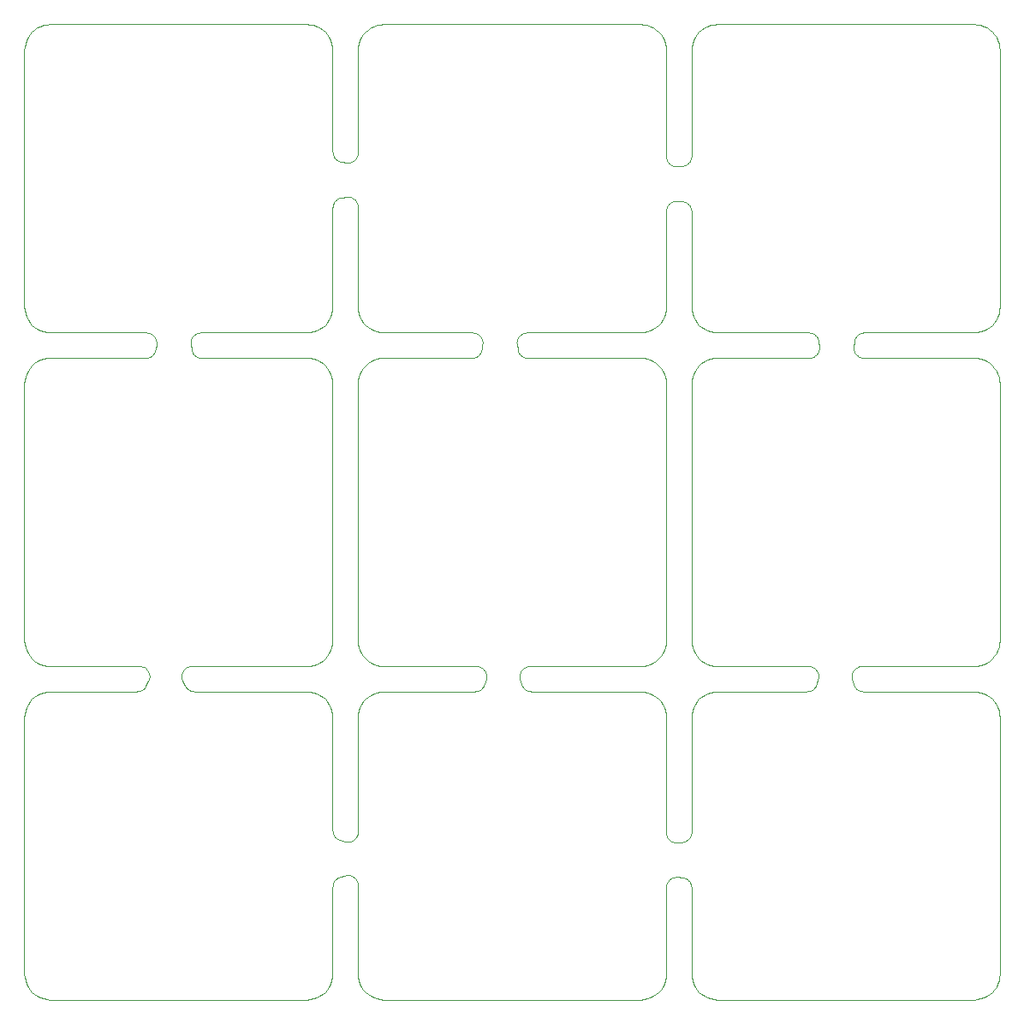
<source format=gko>
%MOIN*%
%OFA0B0*%
%FSLAX36Y36*%
%IPPOS*%
%LPD*%
%ADD10C,0*%
D10*
X002498425Y001099999D02*
X002498425Y001099999D01*
X002497569Y001113052D01*
X002495017Y001125882D01*
X002490812Y001138268D01*
X002485027Y001149999D01*
X002477760Y001160876D01*
X002469135Y001170710D01*
X002459300Y001179335D01*
X002448425Y001186602D01*
X002436693Y001192388D01*
X002424307Y001196592D01*
X002411477Y001199144D01*
X002398425Y001200000D01*
X001973049Y001200000D01*
X001970467Y001200084D01*
X001967895Y001200338D01*
X001965345Y001200761D01*
X001962829Y001201349D01*
X001960357Y001202102D01*
X001957939Y001203015D01*
X001955587Y001204084D01*
X001953309Y001205306D01*
X001951117Y001206674D01*
X001949019Y001208184D01*
X001947025Y001209827D01*
X001945143Y001211598D01*
X001943381Y001213489D01*
X001941747Y001215491D01*
X001940248Y001217596D01*
X001938890Y001219795D01*
X001937680Y001222078D01*
X001936622Y001224436D01*
X001935720Y001226858D01*
X001934980Y001229334D01*
X001929791Y001249019D01*
X001929033Y001252536D01*
X001928601Y001256109D01*
X001928496Y001259705D01*
X001928719Y001263297D01*
X001929270Y001266852D01*
X001930143Y001270343D01*
X001931331Y001273740D01*
X001932825Y001277013D01*
X001934611Y001280137D01*
X001936674Y001283085D01*
X001938999Y001285832D01*
X001941564Y001288355D01*
X001944349Y001290633D01*
X001947330Y001292648D01*
X001950483Y001294382D01*
X001953781Y001295821D01*
X001957197Y001296953D01*
X001960701Y001297768D01*
X001964266Y001298260D01*
X001967860Y001298425D01*
X002398425Y001298425D01*
X002411477Y001299281D01*
X002424307Y001301832D01*
X002436693Y001306037D01*
X002448425Y001311822D01*
X002459300Y001319090D01*
X002469135Y001327714D01*
X002477760Y001337549D01*
X002485027Y001348425D01*
X002490812Y001360157D01*
X002495017Y001372543D01*
X002497569Y001385372D01*
X002498425Y001398425D01*
X002498425Y002398425D01*
X002497569Y002411478D01*
X002495017Y002424307D01*
X002490812Y002436693D01*
X002485027Y002448425D01*
X002477760Y002459301D01*
X002469135Y002469136D01*
X002459300Y002477760D01*
X002448425Y002485027D01*
X002436693Y002490813D01*
X002424307Y002495018D01*
X002411477Y002497569D01*
X002398425Y002498425D01*
X001959069Y002498425D01*
X001956279Y002498524D01*
X001953503Y002498820D01*
X001950754Y002499313D01*
X001948048Y002499999D01*
X001945397Y002500875D01*
X001942815Y002501936D01*
X001940315Y002503178D01*
X001937909Y002504594D01*
X001935609Y002506177D01*
X001933428Y002507919D01*
X001931375Y002509812D01*
X001929461Y002511845D01*
X001927697Y002514008D01*
X001926090Y002516291D01*
X001924649Y002518682D01*
X001923381Y002521170D01*
X001922293Y002523741D01*
X001921389Y002526382D01*
X001920675Y002529081D01*
X001920154Y002531824D01*
X001917134Y002551509D01*
X001916764Y002554879D01*
X001916686Y002558269D01*
X001916900Y002561653D01*
X001917404Y002565006D01*
X001918195Y002568304D01*
X001919267Y002571521D01*
X001920612Y002574633D01*
X001922219Y002577619D01*
X001924077Y002580455D01*
X001926173Y002583121D01*
X001928490Y002585596D01*
X001931012Y002587863D01*
X001933719Y002589905D01*
X001936592Y002591706D01*
X001939609Y002593253D01*
X001942748Y002594535D01*
X001945986Y002595542D01*
X001949298Y002596267D01*
X001952661Y002596704D01*
X001956048Y002596850D01*
X002398425Y002596850D01*
X002411477Y002597706D01*
X002424307Y002600257D01*
X002436693Y002604462D01*
X002448425Y002610247D01*
X002459300Y002617515D01*
X002469135Y002626139D01*
X002477760Y002635974D01*
X002485027Y002646850D01*
X002490812Y002658582D01*
X002495017Y002670968D01*
X002497569Y002683798D01*
X002498425Y002696850D01*
X002498425Y003070239D01*
X002498560Y003073496D01*
X002498964Y003076731D01*
X002499634Y003079922D01*
X002500566Y003083046D01*
X002501753Y003086082D01*
X002503188Y003089010D01*
X002504860Y003091809D01*
X002506757Y003094460D01*
X002508868Y003096945D01*
X002511177Y003099247D01*
X002513668Y003101350D01*
X002516325Y003103239D01*
X002519129Y003104903D01*
X002522061Y003106328D01*
X002525101Y003107506D01*
X002528228Y003108429D01*
X002531420Y003109089D01*
X002534657Y003109483D01*
X002537915Y003109609D01*
X002541172Y003109464D01*
X002560857Y003107769D01*
X002563757Y003107410D01*
X002566623Y003106838D01*
X002569438Y003106054D01*
X002572188Y003105064D01*
X002574856Y003103872D01*
X002577429Y003102486D01*
X002579892Y003100912D01*
X002582231Y003099161D01*
X002584434Y003097241D01*
X002586488Y003095162D01*
X002588383Y003092937D01*
X002590107Y003090578D01*
X002591652Y003088097D01*
X002593008Y003085508D01*
X002594168Y003082826D01*
X002595127Y003080065D01*
X002595877Y003077241D01*
X002596417Y003074369D01*
X002596742Y003071464D01*
X002596850Y003068544D01*
X002596850Y002696850D01*
X002597706Y002683798D01*
X002600257Y002670968D01*
X002604461Y002658582D01*
X002610247Y002646850D01*
X002617514Y002635974D01*
X002626139Y002626139D01*
X002635973Y002617515D01*
X002646850Y002610247D01*
X002658581Y002604462D01*
X002670968Y002600257D01*
X002683797Y002597706D01*
X002696850Y002596850D01*
X003053120Y002596850D01*
X003056040Y002596741D01*
X003058944Y002596417D01*
X003061816Y002595877D01*
X003064641Y002595126D01*
X003067401Y002594168D01*
X003070084Y002593008D01*
X003072672Y002591651D01*
X003075153Y002590107D01*
X003077513Y002588383D01*
X003079738Y002586488D01*
X003081816Y002584434D01*
X003083736Y002582231D01*
X003085488Y002579891D01*
X003087061Y002577429D01*
X003088448Y002574856D01*
X003089639Y002572188D01*
X003090630Y002569438D01*
X003091413Y002566623D01*
X003091986Y002563757D01*
X003092344Y002560857D01*
X003094039Y002541172D01*
X003094184Y002537915D01*
X003094059Y002534657D01*
X003093665Y002531421D01*
X003093004Y002528228D01*
X003092082Y002525101D01*
X003090904Y002522061D01*
X003089478Y002519129D01*
X003087815Y002516325D01*
X003085926Y002513668D01*
X003083823Y002511177D01*
X003081521Y002508868D01*
X003079036Y002506757D01*
X003076385Y002504860D01*
X003073586Y002503188D01*
X003070658Y002501753D01*
X003067622Y002500566D01*
X003064497Y002499634D01*
X003061307Y002498964D01*
X003058072Y002498560D01*
X003054814Y002498425D01*
X002696850Y002498425D01*
X002683797Y002497569D01*
X002670968Y002495018D01*
X002658581Y002490813D01*
X002646850Y002485027D01*
X002635973Y002477760D01*
X002626139Y002469136D01*
X002617514Y002459301D01*
X002610247Y002448425D01*
X002604461Y002436693D01*
X002600257Y002424307D01*
X002597706Y002411478D01*
X002596850Y002398425D01*
X002596850Y001398425D01*
X002597706Y001385372D01*
X002600257Y001372543D01*
X002604461Y001360157D01*
X002610247Y001348425D01*
X002617514Y001337549D01*
X002626139Y001327714D01*
X002635973Y001319090D01*
X002646850Y001311822D01*
X002658581Y001306037D01*
X002670968Y001301832D01*
X002683797Y001299281D01*
X002696850Y001298425D01*
X003051581Y001298425D01*
X003055176Y001298260D01*
X003058740Y001297768D01*
X003062245Y001296953D01*
X003065660Y001295821D01*
X003068958Y001294382D01*
X003072111Y001292648D01*
X003075092Y001290633D01*
X003077877Y001288355D01*
X003080443Y001285832D01*
X003082767Y001283085D01*
X003084831Y001280137D01*
X003086617Y001277013D01*
X003088110Y001273740D01*
X003089298Y001270343D01*
X003090171Y001266852D01*
X003090722Y001263297D01*
X003090946Y001259705D01*
X003090841Y001256109D01*
X003090408Y001252536D01*
X003089651Y001249019D01*
X003084461Y001229334D01*
X003083721Y001226858D01*
X003082820Y001224436D01*
X003081762Y001222078D01*
X003080551Y001219795D01*
X003079193Y001217596D01*
X003077694Y001215491D01*
X003076060Y001213489D01*
X003074298Y001211598D01*
X003072416Y001209827D01*
X003070422Y001208184D01*
X003068324Y001206674D01*
X003066132Y001205306D01*
X003063855Y001204084D01*
X003061502Y001203015D01*
X003059085Y001202102D01*
X003056612Y001201349D01*
X003054096Y001200761D01*
X003051546Y001200338D01*
X003048975Y001200084D01*
X003046392Y001200000D01*
X002696850Y001200000D01*
X002683797Y001199144D01*
X002670968Y001196592D01*
X002658581Y001192388D01*
X002646850Y001186602D01*
X002635973Y001179335D01*
X002626139Y001170710D01*
X002617514Y001160876D01*
X002610247Y001149999D01*
X002604461Y001138268D01*
X002600257Y001125882D01*
X002597706Y001113052D01*
X002596850Y001099999D01*
X002596850Y000652523D01*
X002596742Y000649602D01*
X002596417Y000646698D01*
X002595877Y000643826D01*
X002595127Y000641001D01*
X002594168Y000638241D01*
X002593008Y000635559D01*
X002591652Y000632970D01*
X002590107Y000630489D01*
X002588383Y000628130D01*
X002586488Y000625904D01*
X002584434Y000623826D01*
X002582231Y000621906D01*
X002579892Y000620154D01*
X002577429Y000618581D01*
X002574856Y000617195D01*
X002572188Y000616003D01*
X002569438Y000615013D01*
X002566623Y000614229D01*
X002563757Y000613656D01*
X002560857Y000613298D01*
X002541172Y000611603D01*
X002537915Y000611458D01*
X002534657Y000611583D01*
X002531420Y000611977D01*
X002528228Y000612638D01*
X002525101Y000613560D01*
X002522061Y000614738D01*
X002519129Y000616164D01*
X002516325Y000617827D01*
X002513668Y000619717D01*
X002511177Y000621820D01*
X002508868Y000624122D01*
X002506757Y000626607D01*
X002504860Y000629258D01*
X002503188Y000632057D01*
X002501753Y000634984D01*
X002500566Y000638021D01*
X002499634Y000641145D01*
X002498964Y000644335D01*
X002498560Y000647570D01*
X002498425Y000650828D01*
X002498425Y001099999D01*
X001199999Y001099999D02*
X001199999Y001099999D01*
X001199143Y001113052D01*
X001196592Y001125882D01*
X001192387Y001138268D01*
X001186602Y001149999D01*
X001179335Y001160876D01*
X001170710Y001170710D01*
X001160875Y001179335D01*
X001149999Y001186602D01*
X001138267Y001192388D01*
X001125881Y001196592D01*
X001113051Y001199144D01*
X001100000Y001200000D01*
X000661154Y001200000D01*
X000658984Y001200059D01*
X000656821Y001200239D01*
X000654672Y001200537D01*
X000652542Y001200953D01*
X000650438Y001201486D01*
X000648367Y001202134D01*
X000646335Y001202895D01*
X000644347Y001203767D01*
X000642411Y001204747D01*
X000640532Y001205832D01*
X000638715Y001207020D01*
X000636967Y001208305D01*
X000635292Y001209685D01*
X000633695Y001211155D01*
X000632182Y001212711D01*
X000630758Y001214348D01*
X000629425Y001216061D01*
X000628189Y001217844D01*
X000627053Y001219694D01*
X000626021Y001221603D01*
X000616066Y001241287D01*
X000614440Y001244955D01*
X000613196Y001248770D01*
X000612346Y001252691D01*
X000611900Y001256678D01*
X000611863Y001260690D01*
X000612233Y001264685D01*
X000613009Y001268621D01*
X000614181Y001272458D01*
X000615737Y001276156D01*
X000617662Y001279676D01*
X000619934Y001282982D01*
X000622532Y001286040D01*
X000625427Y001288817D01*
X000628590Y001291286D01*
X000631988Y001293419D01*
X000635585Y001295196D01*
X000639344Y001296597D01*
X000643227Y001297609D01*
X000647192Y001298220D01*
X000651199Y001298425D01*
X001100000Y001298425D01*
X001113051Y001299281D01*
X001125881Y001301832D01*
X001138267Y001306037D01*
X001149999Y001311822D01*
X001160875Y001319090D01*
X001170710Y001327714D01*
X001179335Y001337549D01*
X001186602Y001348425D01*
X001192387Y001360157D01*
X001196592Y001372543D01*
X001199143Y001385372D01*
X001199999Y001398425D01*
X001199999Y002398425D01*
X001199143Y002411478D01*
X001196592Y002424307D01*
X001192387Y002436693D01*
X001186602Y002448425D01*
X001179335Y002459301D01*
X001170710Y002469136D01*
X001160875Y002477760D01*
X001149999Y002485027D01*
X001138267Y002490813D01*
X001125881Y002495018D01*
X001113051Y002497569D01*
X001100000Y002498425D01*
X000689134Y002498425D01*
X000686344Y002498524D01*
X000683567Y002498820D01*
X000680819Y002499313D01*
X000678113Y002499999D01*
X000675462Y002500875D01*
X000672880Y002501936D01*
X000670380Y002503178D01*
X000667974Y002504594D01*
X000665674Y002506177D01*
X000663492Y002507919D01*
X000661440Y002509812D01*
X000659526Y002511845D01*
X000657762Y002514008D01*
X000656155Y002516291D01*
X000654714Y002518682D01*
X000653446Y002521170D01*
X000652357Y002523741D01*
X000651454Y002526382D01*
X000650740Y002529081D01*
X000650219Y002531824D01*
X000647199Y002551509D01*
X000646829Y002554880D01*
X000646751Y002558269D01*
X000646965Y002561653D01*
X000647469Y002565006D01*
X000648260Y002568304D01*
X000649332Y002571521D01*
X000650677Y002574633D01*
X000652284Y002577619D01*
X000654143Y002580455D01*
X000656238Y002583121D01*
X000658555Y002585596D01*
X000661077Y002587863D01*
X000663784Y002589905D01*
X000666657Y002591706D01*
X000669674Y002593253D01*
X000672813Y002594535D01*
X000676051Y002595542D01*
X000679363Y002596267D01*
X000682726Y002596704D01*
X000686113Y002596850D01*
X001100000Y002596850D01*
X001113051Y002597706D01*
X001125881Y002600257D01*
X001138267Y002604462D01*
X001149999Y002610247D01*
X001160875Y002617515D01*
X001170710Y002626139D01*
X001179335Y002635974D01*
X001186602Y002646850D01*
X001192387Y002658582D01*
X001196592Y002670968D01*
X001199143Y002683798D01*
X001199999Y002696850D01*
X001199999Y003083506D01*
X001200101Y003086330D01*
X001200405Y003089139D01*
X001200909Y003091919D01*
X001201611Y003094656D01*
X001202508Y003097335D01*
X001203595Y003099943D01*
X001204866Y003102466D01*
X001206315Y003104892D01*
X001207934Y003107208D01*
X001209714Y003109401D01*
X001211648Y003111462D01*
X001213724Y003113378D01*
X001215933Y003115140D01*
X001218262Y003116740D01*
X001220700Y003118168D01*
X001223234Y003119418D01*
X001225851Y003120482D01*
X001228538Y003121357D01*
X001231280Y003122036D01*
X001234065Y003122517D01*
X001253750Y003125194D01*
X001257093Y003125504D01*
X001260450Y003125528D01*
X001263797Y003125266D01*
X001267109Y003124720D01*
X001270363Y003123894D01*
X001273535Y003122793D01*
X001276601Y003121427D01*
X001279540Y003119804D01*
X001282330Y003117936D01*
X001284950Y003115838D01*
X001287383Y003113524D01*
X001289609Y003111011D01*
X001291613Y003108318D01*
X001293380Y003105464D01*
X001294898Y003102469D01*
X001296155Y003099356D01*
X001297143Y003096148D01*
X001297853Y003092867D01*
X001298282Y003089537D01*
X001298425Y003086183D01*
X001298425Y002696850D01*
X001299280Y002683798D01*
X001301832Y002670968D01*
X001306036Y002658582D01*
X001311822Y002646850D01*
X001319089Y002635974D01*
X001327714Y002626139D01*
X001337548Y002617515D01*
X001348424Y002610247D01*
X001360156Y002604462D01*
X001372542Y002600257D01*
X001385372Y002597706D01*
X001398425Y002596850D01*
X001744452Y002596850D01*
X001747840Y002596704D01*
X001751203Y002596267D01*
X001754515Y002595542D01*
X001757753Y002594535D01*
X001760892Y002593253D01*
X001763909Y002591706D01*
X001766782Y002589905D01*
X001769489Y002587863D01*
X001772011Y002585596D01*
X001774328Y002583121D01*
X001776423Y002580455D01*
X001778282Y002577619D01*
X001779889Y002574633D01*
X001781234Y002571521D01*
X001782305Y002568304D01*
X001783096Y002565006D01*
X001783601Y002561653D01*
X001783815Y002558269D01*
X001783737Y002554879D01*
X001783367Y002551509D01*
X001780347Y002531824D01*
X001779826Y002529081D01*
X001779112Y002526382D01*
X001778208Y002523741D01*
X001777120Y002521170D01*
X001775852Y002518682D01*
X001774411Y002516291D01*
X001772804Y002514008D01*
X001771039Y002511845D01*
X001769126Y002509812D01*
X001767073Y002507919D01*
X001764891Y002506177D01*
X001762592Y002504594D01*
X001760186Y002503178D01*
X001757685Y002501936D01*
X001755103Y002500875D01*
X001752453Y002499999D01*
X001749746Y002499313D01*
X001746998Y002498820D01*
X001744222Y002498524D01*
X001741432Y002498425D01*
X001398425Y002498425D01*
X001385372Y002497569D01*
X001372542Y002495018D01*
X001360156Y002490813D01*
X001348424Y002485027D01*
X001337548Y002477760D01*
X001327714Y002469136D01*
X001319089Y002459301D01*
X001311822Y002448425D01*
X001306036Y002436693D01*
X001301832Y002424307D01*
X001299280Y002411478D01*
X001298425Y002398425D01*
X001298425Y001398425D01*
X001299280Y001385372D01*
X001301832Y001372543D01*
X001306036Y001360157D01*
X001311822Y001348425D01*
X001319089Y001337549D01*
X001327714Y001327714D01*
X001337548Y001319090D01*
X001348424Y001311822D01*
X001360156Y001306037D01*
X001372542Y001301832D01*
X001385372Y001299281D01*
X001398425Y001298425D01*
X001758671Y001298425D01*
X001762266Y001298260D01*
X001765830Y001297768D01*
X001769335Y001296953D01*
X001772751Y001295821D01*
X001776049Y001294382D01*
X001779201Y001292648D01*
X001782183Y001290633D01*
X001784968Y001288355D01*
X001787533Y001285832D01*
X001789857Y001283085D01*
X001791921Y001280137D01*
X001793707Y001277013D01*
X001795200Y001273740D01*
X001796388Y001270343D01*
X001797262Y001266852D01*
X001797812Y001263297D01*
X001798036Y001259705D01*
X001797931Y001256109D01*
X001797498Y001252536D01*
X001796741Y001249019D01*
X001791552Y001229334D01*
X001790811Y001226858D01*
X001789910Y001224436D01*
X001788852Y001222078D01*
X001787641Y001219795D01*
X001786284Y001217596D01*
X001784784Y001215491D01*
X001783150Y001213489D01*
X001781389Y001211598D01*
X001779507Y001209827D01*
X001777512Y001208184D01*
X001775415Y001206674D01*
X001773222Y001205306D01*
X001770945Y001204084D01*
X001768593Y001203015D01*
X001766175Y001202102D01*
X001763703Y001201349D01*
X001761186Y001200761D01*
X001758637Y001200338D01*
X001756065Y001200084D01*
X001753482Y001200000D01*
X001398425Y001200000D01*
X001385372Y001199144D01*
X001372542Y001196592D01*
X001360156Y001192388D01*
X001348424Y001186602D01*
X001337548Y001179335D01*
X001327714Y001170710D01*
X001319089Y001160876D01*
X001311822Y001149999D01*
X001306036Y001138268D01*
X001301832Y001125882D01*
X001299280Y001113052D01*
X001298425Y001099999D01*
X001298425Y000654061D01*
X001298260Y000650467D01*
X001297769Y000646902D01*
X001296953Y000643397D01*
X001295821Y000639982D01*
X001294382Y000636684D01*
X001292648Y000633531D01*
X001290634Y000630550D01*
X001288355Y000627765D01*
X001285832Y000625199D01*
X001283085Y000622875D01*
X001280137Y000620811D01*
X001277014Y000619026D01*
X001273740Y000617532D01*
X001270343Y000616344D01*
X001266853Y000615471D01*
X001263297Y000614920D01*
X001259706Y000614696D01*
X001256109Y000614801D01*
X001252537Y000615234D01*
X001249019Y000615992D01*
X001229334Y000621181D01*
X001226858Y000621921D01*
X001224436Y000622823D01*
X001222078Y000623881D01*
X001219795Y000625091D01*
X001217596Y000626449D01*
X001215491Y000627948D01*
X001213489Y000629582D01*
X001211598Y000631344D01*
X001209827Y000633226D01*
X001208184Y000635220D01*
X001206674Y000637318D01*
X001205306Y000639510D01*
X001204084Y000641787D01*
X001203015Y000644140D01*
X001202102Y000646558D01*
X001201349Y000649030D01*
X001200761Y000651546D01*
X001200338Y000654096D01*
X001200084Y000656668D01*
X001199999Y000659250D01*
X001199999Y001099999D01*
X000099999Y000000000D02*
X000099999Y000000000D01*
X001100000Y000000000D01*
X001113051Y000000855D01*
X001125881Y000003407D01*
X001138267Y000007612D01*
X001149999Y000013397D01*
X001160875Y000020665D01*
X001170710Y000029289D01*
X001179335Y000039123D01*
X001186602Y000050000D01*
X001192387Y000061731D01*
X001196592Y000074118D01*
X001199143Y000086947D01*
X001199999Y000099999D01*
X001199999Y000439683D01*
X001200084Y000442266D01*
X001200338Y000444838D01*
X001200761Y000447387D01*
X001201349Y000449904D01*
X001202102Y000452376D01*
X001203015Y000454794D01*
X001204084Y000457146D01*
X001205306Y000459423D01*
X001206674Y000461616D01*
X001208184Y000463713D01*
X001209827Y000465707D01*
X001211598Y000467589D01*
X001213489Y000469351D01*
X001215491Y000470985D01*
X001217596Y000472484D01*
X001219795Y000473842D01*
X001222078Y000475053D01*
X001224436Y000476111D01*
X001226858Y000477012D01*
X001229334Y000477753D01*
X001249019Y000482942D01*
X001252537Y000483699D01*
X001256109Y000484132D01*
X001259706Y000484237D01*
X001263297Y000484013D01*
X001266853Y000483463D01*
X001270343Y000482589D01*
X001273740Y000481401D01*
X001277014Y000479908D01*
X001280137Y000478122D01*
X001283085Y000476058D01*
X001285832Y000473734D01*
X001288355Y000471169D01*
X001290634Y000468384D01*
X001292648Y000465403D01*
X001294382Y000462250D01*
X001295821Y000458952D01*
X001296953Y000455536D01*
X001297769Y000452031D01*
X001298260Y000448467D01*
X001298425Y000444873D01*
X001298425Y000099999D01*
X001299280Y000086947D01*
X001301832Y000074118D01*
X001306036Y000061731D01*
X001311822Y000050000D01*
X001319089Y000039123D01*
X001327714Y000029289D01*
X001337548Y000020665D01*
X001348424Y000013397D01*
X001360156Y000007612D01*
X001372542Y000003407D01*
X001385372Y000000855D01*
X001398425Y000000000D01*
X002398425Y000000000D01*
X002411477Y000000855D01*
X002424307Y000003407D01*
X002436693Y000007612D01*
X002448425Y000013397D01*
X002459300Y000020665D01*
X002469135Y000029289D01*
X002477760Y000039123D01*
X002485027Y000050000D01*
X002490812Y000061731D01*
X002495017Y000074118D01*
X002497569Y000086947D01*
X002498425Y000099999D01*
X002498425Y000437823D01*
X002498560Y000441080D01*
X002498964Y000444315D01*
X002499634Y000447506D01*
X002500566Y000450630D01*
X002501753Y000453666D01*
X002503188Y000456594D01*
X002504860Y000459393D01*
X002506757Y000462044D01*
X002508868Y000464529D01*
X002511177Y000466831D01*
X002513668Y000468934D01*
X002516325Y000470823D01*
X002519129Y000472487D01*
X002522061Y000473912D01*
X002525101Y000475090D01*
X002528228Y000476013D01*
X002531420Y000476673D01*
X002534657Y000477068D01*
X002537915Y000477193D01*
X002541172Y000477048D01*
X002560857Y000475353D01*
X002563757Y000474995D01*
X002566623Y000474422D01*
X002569438Y000473638D01*
X002572188Y000472648D01*
X002574856Y000471456D01*
X002577429Y000470070D01*
X002579892Y000468497D01*
X002582231Y000466745D01*
X002584434Y000464825D01*
X002586488Y000462746D01*
X002588383Y000460521D01*
X002590107Y000458162D01*
X002591652Y000455681D01*
X002593008Y000453092D01*
X002594168Y000450410D01*
X002595127Y000447649D01*
X002595877Y000444825D01*
X002596417Y000441953D01*
X002596742Y000439048D01*
X002596850Y000436128D01*
X002596850Y000099999D01*
X002597706Y000086947D01*
X002600257Y000074118D01*
X002604461Y000061731D01*
X002610247Y000050000D01*
X002617514Y000039123D01*
X002626139Y000029289D01*
X002635973Y000020665D01*
X002646850Y000013397D01*
X002658581Y000007612D01*
X002670968Y000003407D01*
X002683797Y000000855D01*
X002696850Y000000000D01*
X003696850Y000000000D01*
X003709902Y000000855D01*
X003722732Y000003407D01*
X003735118Y000007612D01*
X003746850Y000013397D01*
X003757726Y000020665D01*
X003767560Y000029289D01*
X003776185Y000039123D01*
X003783452Y000050000D01*
X003789237Y000061731D01*
X003793442Y000074118D01*
X003795994Y000086947D01*
X003796850Y000099999D01*
X003796850Y001099999D01*
X003795994Y001113052D01*
X003793442Y001125882D01*
X003789237Y001138268D01*
X003783452Y001149999D01*
X003776185Y001160876D01*
X003767560Y001170710D01*
X003757726Y001179335D01*
X003746850Y001186602D01*
X003735118Y001192388D01*
X003722732Y001196592D01*
X003709902Y001199144D01*
X003696850Y001200000D01*
X003265959Y001200000D01*
X003263376Y001200084D01*
X003260804Y001200338D01*
X003258255Y001200761D01*
X003255739Y001201349D01*
X003253266Y001202102D01*
X003250849Y001203015D01*
X003248496Y001204084D01*
X003246219Y001205306D01*
X003244027Y001206674D01*
X003241929Y001208184D01*
X003239935Y001209827D01*
X003238053Y001211598D01*
X003236291Y001213489D01*
X003234657Y001215491D01*
X003233158Y001217596D01*
X003231800Y001219795D01*
X003230589Y001222078D01*
X003229531Y001224436D01*
X003228630Y001226858D01*
X003227890Y001229334D01*
X003222700Y001249019D01*
X003221943Y001252536D01*
X003221510Y001256109D01*
X003221405Y001259705D01*
X003221629Y001263297D01*
X003222180Y001266852D01*
X003223053Y001270343D01*
X003224241Y001273740D01*
X003225734Y001277013D01*
X003227520Y001280137D01*
X003229584Y001283085D01*
X003231908Y001285832D01*
X003234474Y001288355D01*
X003237259Y001290633D01*
X003240240Y001292648D01*
X003243393Y001294382D01*
X003246691Y001295821D01*
X003250106Y001296953D01*
X003253611Y001297768D01*
X003257175Y001298260D01*
X003260770Y001298425D01*
X003696850Y001298425D01*
X003709902Y001299281D01*
X003722732Y001301832D01*
X003735118Y001306037D01*
X003746850Y001311822D01*
X003757726Y001319090D01*
X003767560Y001327714D01*
X003776185Y001337549D01*
X003783452Y001348425D01*
X003789237Y001360157D01*
X003793442Y001372543D01*
X003795994Y001385372D01*
X003796850Y001398425D01*
X003796850Y002398425D01*
X003795994Y002411478D01*
X003793442Y002424307D01*
X003789237Y002436693D01*
X003783452Y002448425D01*
X003776185Y002459301D01*
X003767560Y002469136D01*
X003757726Y002477760D01*
X003746850Y002485027D01*
X003735118Y002490813D01*
X003722732Y002495018D01*
X003709902Y002497569D01*
X003696850Y002498425D01*
X003267820Y002498425D01*
X003264562Y002498560D01*
X003261327Y002498964D01*
X003258136Y002499634D01*
X003255012Y002500566D01*
X003251976Y002501753D01*
X003249048Y002503188D01*
X003246249Y002504860D01*
X003243598Y002506757D01*
X003241113Y002508868D01*
X003238811Y002511177D01*
X003236708Y002513668D01*
X003234819Y002516325D01*
X003233156Y002519129D01*
X003231730Y002522061D01*
X003230552Y002525101D01*
X003229629Y002528228D01*
X003228969Y002531421D01*
X003228575Y002534657D01*
X003228450Y002537915D01*
X003228595Y002541172D01*
X003230289Y002560857D01*
X003230648Y002563757D01*
X003231221Y002566623D01*
X003232004Y002569438D01*
X003232995Y002572188D01*
X003234186Y002574856D01*
X003235573Y002577429D01*
X003237146Y002579891D01*
X003238897Y002582231D01*
X003240818Y002584434D01*
X003242896Y002586488D01*
X003245121Y002588383D01*
X003247481Y002590107D01*
X003249962Y002591651D01*
X003252550Y002593008D01*
X003255232Y002594168D01*
X003257993Y002595126D01*
X003260817Y002595877D01*
X003263690Y002596417D01*
X003266594Y002596741D01*
X003269514Y002596850D01*
X003696850Y002596850D01*
X003709902Y002597706D01*
X003722732Y002600257D01*
X003735118Y002604462D01*
X003746850Y002610247D01*
X003757726Y002617515D01*
X003767560Y002626139D01*
X003776185Y002635974D01*
X003783452Y002646850D01*
X003789237Y002658582D01*
X003793442Y002670968D01*
X003795994Y002683798D01*
X003796850Y002696850D01*
X003796850Y003696850D01*
X003795994Y003709903D01*
X003793442Y003722732D01*
X003789237Y003735119D01*
X003783452Y003746850D01*
X003776185Y003757726D01*
X003767560Y003767561D01*
X003757726Y003776185D01*
X003746850Y003783453D01*
X003735118Y003789238D01*
X003722732Y003793443D01*
X003709902Y003795994D01*
X003696850Y003796850D01*
X002696850Y003796850D01*
X002683797Y003795994D01*
X002670968Y003793443D01*
X002658581Y003789238D01*
X002646850Y003783453D01*
X002635973Y003776185D01*
X002626139Y003767561D01*
X002617514Y003757726D01*
X002610247Y003746850D01*
X002604461Y003735119D01*
X002600257Y003722732D01*
X002597706Y003709903D01*
X002596850Y003696850D01*
X002596850Y003284938D01*
X002596742Y003282018D01*
X002596417Y003279114D01*
X002595877Y003276242D01*
X002595127Y003273417D01*
X002594168Y003270657D01*
X002593008Y003267974D01*
X002591652Y003265386D01*
X002590107Y003262905D01*
X002588383Y003260545D01*
X002586488Y003258320D01*
X002584434Y003256242D01*
X002582231Y003254322D01*
X002579892Y003252570D01*
X002577429Y003250997D01*
X002574856Y003249610D01*
X002572188Y003248419D01*
X002569438Y003247428D01*
X002566623Y003246645D01*
X002563757Y003246072D01*
X002560857Y003245713D01*
X002541172Y003244019D01*
X002537915Y003243874D01*
X002534657Y003243999D01*
X002531420Y003244393D01*
X002528228Y003245054D01*
X002525101Y003245976D01*
X002522061Y003247154D01*
X002519129Y003248580D01*
X002516325Y003250243D01*
X002513668Y003252133D01*
X002511177Y003254236D01*
X002508868Y003256537D01*
X002506757Y003259022D01*
X002504860Y003261673D01*
X002503188Y003264472D01*
X002501753Y003267400D01*
X002500566Y003270436D01*
X002499634Y003273561D01*
X002498964Y003276751D01*
X002498560Y003279986D01*
X002498425Y003283244D01*
X002498425Y003696850D01*
X002497569Y003709903D01*
X002495017Y003722732D01*
X002490812Y003735119D01*
X002485027Y003746850D01*
X002477760Y003757726D01*
X002469135Y003767561D01*
X002459300Y003776185D01*
X002448425Y003783453D01*
X002436693Y003789238D01*
X002424307Y003793443D01*
X002411477Y003795994D01*
X002398425Y003796850D01*
X001398425Y003796850D01*
X001385372Y003795994D01*
X001372542Y003793443D01*
X001360156Y003789238D01*
X001348424Y003783453D01*
X001337548Y003776185D01*
X001327714Y003767561D01*
X001319089Y003757726D01*
X001311822Y003746850D01*
X001306036Y003735119D01*
X001301832Y003722732D01*
X001299280Y003709903D01*
X001298425Y003696850D01*
X001298425Y003298148D01*
X001298282Y003294794D01*
X001297853Y003291464D01*
X001297143Y003288183D01*
X001296155Y003284975D01*
X001294898Y003281862D01*
X001293380Y003278867D01*
X001291613Y003276013D01*
X001289609Y003273320D01*
X001287383Y003270807D01*
X001284950Y003268493D01*
X001282330Y003266395D01*
X001279540Y003264527D01*
X001276601Y003262904D01*
X001273535Y003261538D01*
X001270363Y003260437D01*
X001267109Y003259611D01*
X001263797Y003259065D01*
X001260450Y003258803D01*
X001257093Y003258827D01*
X001253750Y003259137D01*
X001234065Y003261814D01*
X001231280Y003262295D01*
X001228538Y003262974D01*
X001225851Y003263849D01*
X001223234Y003264913D01*
X001220700Y003266163D01*
X001218262Y003267591D01*
X001215933Y003269191D01*
X001213724Y003270953D01*
X001211648Y003272869D01*
X001209714Y003274930D01*
X001207934Y003277123D01*
X001206315Y003279439D01*
X001204866Y003281865D01*
X001203595Y003284388D01*
X001202508Y003286996D01*
X001201611Y003289676D01*
X001200909Y003292412D01*
X001200405Y003295192D01*
X001200101Y003298001D01*
X001199999Y003300825D01*
X001199999Y003696850D01*
X001199143Y003709903D01*
X001196592Y003722732D01*
X001192387Y003735119D01*
X001186602Y003746850D01*
X001179335Y003757726D01*
X001170710Y003767561D01*
X001160875Y003776185D01*
X001149999Y003783453D01*
X001138267Y003789238D01*
X001125881Y003793443D01*
X001113051Y003795994D01*
X001100000Y003796850D01*
X000099999Y003796850D01*
X000086947Y003795994D01*
X000074117Y003793443D01*
X000061731Y003789238D01*
X000049999Y003783453D01*
X000039123Y003776185D01*
X000029289Y003767561D01*
X000020664Y003757726D01*
X000013397Y003746850D01*
X000007611Y003735119D01*
X000003406Y003722732D01*
X000000855Y003709903D01*
X000000000Y003696850D01*
X000000000Y002696850D01*
X000000855Y002683798D01*
X000003406Y002670968D01*
X000007611Y002658582D01*
X000013397Y002646850D01*
X000020664Y002635974D01*
X000029289Y002626139D01*
X000039123Y002617515D01*
X000049999Y002610247D01*
X000061731Y002604462D01*
X000074117Y002600257D01*
X000086947Y002597706D01*
X000099999Y002596850D01*
X000474517Y002596850D01*
X000477905Y002596704D01*
X000481268Y002596267D01*
X000484580Y002595542D01*
X000487818Y002594535D01*
X000490957Y002593253D01*
X000493974Y002591706D01*
X000496847Y002589905D01*
X000499554Y002587863D01*
X000502076Y002585596D01*
X000504393Y002583121D01*
X000506488Y002580455D01*
X000508347Y002577619D01*
X000509954Y002574633D01*
X000511299Y002571521D01*
X000512370Y002568304D01*
X000513161Y002565006D01*
X000513666Y002561653D01*
X000513880Y002558269D01*
X000513802Y002554880D01*
X000513432Y002551509D01*
X000510412Y002531824D01*
X000509891Y002529081D01*
X000509177Y002526382D01*
X000508273Y002523741D01*
X000507185Y002521170D01*
X000505917Y002518682D01*
X000504476Y002516291D01*
X000502869Y002514008D01*
X000501105Y002511845D01*
X000499191Y002509812D01*
X000497138Y002507919D01*
X000494957Y002506177D01*
X000492657Y002504594D01*
X000490251Y002503178D01*
X000487751Y002501936D01*
X000485168Y002500875D01*
X000482518Y002499999D01*
X000479811Y002499313D01*
X000477063Y002498820D01*
X000474287Y002498524D01*
X000471497Y002498425D01*
X000099999Y002498425D01*
X000086947Y002497569D01*
X000074117Y002495018D01*
X000061731Y002490813D01*
X000049999Y002485027D01*
X000039123Y002477760D01*
X000029289Y002469136D01*
X000020664Y002459301D01*
X000013397Y002448425D01*
X000007611Y002436693D01*
X000003406Y002424307D01*
X000000855Y002411478D01*
X000000000Y002398425D01*
X000000000Y001398425D01*
X000000855Y001385372D01*
X000003406Y001372543D01*
X000007611Y001360157D01*
X000013397Y001348425D01*
X000020664Y001337549D01*
X000029289Y001327714D01*
X000039123Y001319090D01*
X000049999Y001311822D01*
X000061731Y001306037D01*
X000074117Y001301832D01*
X000086947Y001299281D01*
X000099999Y001298425D01*
X000447735Y001298425D01*
X000451742Y001298220D01*
X000455707Y001297609D01*
X000459589Y001296597D01*
X000463349Y001295196D01*
X000466946Y001293419D01*
X000470343Y001291286D01*
X000473506Y001288817D01*
X000476402Y001286040D01*
X000478999Y001282982D01*
X000481272Y001279676D01*
X000483197Y001276156D01*
X000484753Y001272458D01*
X000485925Y001268621D01*
X000486700Y001264685D01*
X000487071Y001260690D01*
X000487033Y001256678D01*
X000486587Y001252691D01*
X000485738Y001248770D01*
X000484494Y001244955D01*
X000482868Y001241287D01*
X000472913Y001221603D01*
X000471881Y001219694D01*
X000470745Y001217844D01*
X000469509Y001216061D01*
X000468176Y001214348D01*
X000466751Y001212711D01*
X000465238Y001211155D01*
X000463642Y001209685D01*
X000461967Y001208305D01*
X000460218Y001207020D01*
X000458402Y001205832D01*
X000456522Y001204747D01*
X000454586Y001203767D01*
X000452599Y001202895D01*
X000450567Y001202134D01*
X000448495Y001201486D01*
X000446392Y001200953D01*
X000444262Y001200537D01*
X000442112Y001200239D01*
X000439949Y001200059D01*
X000437780Y001200000D01*
X000099999Y001200000D01*
X000086947Y001199144D01*
X000074117Y001196592D01*
X000061731Y001192388D01*
X000049999Y001186602D01*
X000039123Y001179335D01*
X000029289Y001170710D01*
X000020664Y001160876D01*
X000013397Y001149999D01*
X000007611Y001138268D01*
X000003406Y001125882D01*
X000000855Y001113052D01*
X000000000Y001099999D01*
X000000000Y000099999D01*
X000000855Y000086947D01*
X000003406Y000074118D01*
X000007611Y000061731D01*
X000013397Y000050000D01*
X000020664Y000039123D01*
X000029289Y000029289D01*
X000039123Y000020665D01*
X000049999Y000013397D01*
X000061731Y000007612D01*
X000074117Y000003407D01*
X000086947Y000000855D01*
X000099999Y000000000D01*
M02*
</source>
